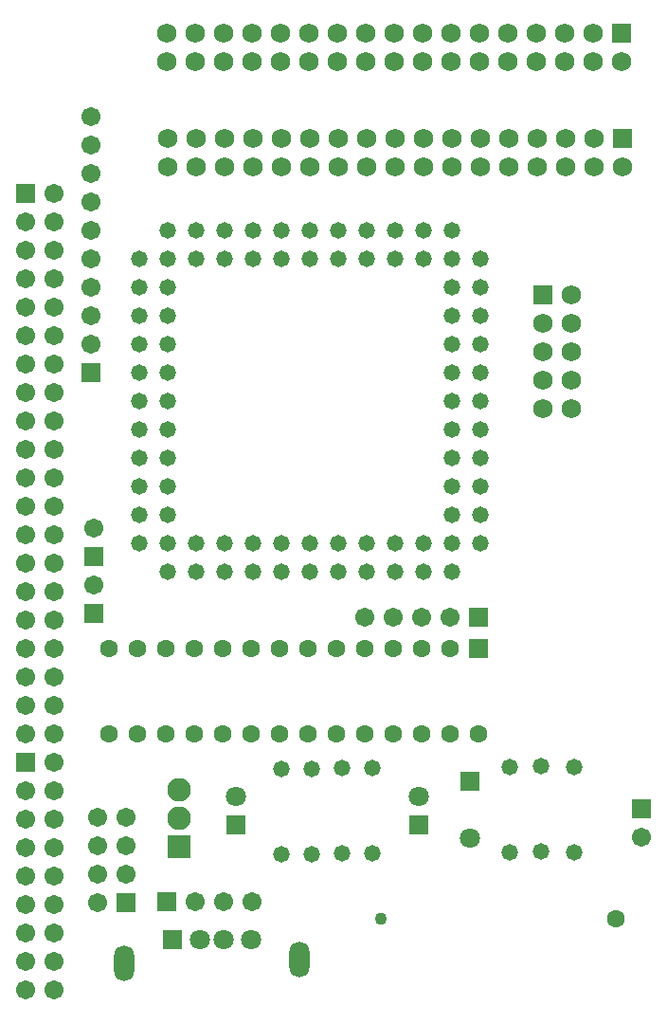
<source format=gbr>
G04 DipTrace 3.0.0.1*
G04 BottomMask.gbr*
%MOIN*%
G04 #@! TF.FileFunction,Soldermask,Bot*
G04 #@! TF.Part,Single*
%ADD18C,0.062992*%
%ADD39C,0.043307*%
%ADD53O,0.070992X0.12611*%
%ADD55C,0.070992*%
%ADD61C,0.063*%
%ADD63C,0.058*%
%ADD65C,0.058*%
%ADD67C,0.082803*%
%ADD69R,0.082803X0.082803*%
%ADD71R,0.068X0.068*%
%ADD73C,0.068*%
%ADD81C,0.067055*%
%ADD83R,0.067055X0.067055*%
%ADD85C,0.070992*%
%ADD87R,0.070992X0.070992*%
%FSLAX26Y26*%
G04*
G70*
G90*
G75*
G01*
G04 BotMask*
%LPD*%
D87*
X1216769Y1288945D3*
D85*
Y1388945D3*
D87*
X1860000Y1288944D3*
D85*
Y1388944D3*
X2040358Y1241967D3*
D87*
Y1441967D3*
D83*
X2644280Y1344076D3*
D81*
Y1244076D3*
D39*
X1728144Y959639D3*
D18*
X2554916D3*
D83*
X476667Y3507314D3*
D81*
X576667D3*
X476667Y3407314D3*
X576667D3*
X476667Y3307314D3*
X576667D3*
X476667Y3207314D3*
X576667D3*
X476667Y3107314D3*
X576667D3*
X476667Y3007314D3*
X576667D3*
X476667Y2907314D3*
X576667D3*
X476667Y2807314D3*
X576667D3*
X476667Y2707314D3*
X576667D3*
X476667Y2607314D3*
X576667D3*
X476667Y2507314D3*
X576667D3*
X476667Y2407314D3*
X576667D3*
X476667Y2307314D3*
X576667D3*
X476667Y2207314D3*
X576667D3*
X476667Y2107314D3*
X576667D3*
X476667Y2007314D3*
X576667D3*
X476667Y1907314D3*
X576667D3*
X476667Y1807314D3*
X576667D3*
X476667Y1707314D3*
X576667D3*
X476667Y1607314D3*
X576667D3*
D83*
X2069037Y2018934D3*
D81*
X1969037D3*
X1869037D3*
X1769037D3*
X1669037D3*
D73*
X1376667Y3602825D3*
Y3702825D3*
X2576667Y3602825D3*
X2476667D3*
X2376667D3*
X2276667D3*
X2176667D3*
X2076667D3*
X1976667D3*
X1876667D3*
X1776667D3*
X1676667D3*
Y3702825D3*
X1776667D3*
X1876667D3*
X1976667D3*
X2076667D3*
X2176667D3*
X2276667D3*
X2376667D3*
X2476667D3*
D71*
X2576667D3*
D73*
X1576667D3*
Y3602825D3*
X1476667Y3702825D3*
Y3602825D3*
X1276667Y3702825D3*
Y3602825D3*
X1176667Y3702825D3*
Y3602825D3*
X1076667Y3702825D3*
Y3602825D3*
X976667Y3702825D3*
Y3602825D3*
X2396693Y2750854D3*
X2296693D3*
Y2850854D3*
X2396693D3*
X2296693Y2950854D3*
X2396693D3*
X2296693Y3050854D3*
X2396693D3*
Y3150854D3*
D71*
X2296693D3*
D83*
X476667Y1507314D3*
D81*
X576667D3*
X476667Y1407314D3*
X576667D3*
X476667Y1307314D3*
X576667D3*
X476667Y1207314D3*
X576667D3*
X476667Y1107314D3*
X576667D3*
X476667Y1007314D3*
X576667D3*
X476667Y907314D3*
X576667D3*
X476667Y807314D3*
X576667D3*
X476667Y707314D3*
X576667D3*
D69*
X1016656Y1211080D3*
D67*
Y1311080D3*
Y1411080D3*
D65*
X2182049Y1492831D3*
D63*
Y1192831D3*
D65*
X1590874Y1486593D3*
D63*
Y1186593D3*
D65*
X1698425Y1487560D3*
D63*
Y1187560D3*
D65*
X2289516Y1493232D3*
D63*
Y1193232D3*
D65*
X1378764Y1485744D3*
D63*
Y1185744D3*
D65*
X1483455Y1485298D3*
D63*
Y1185298D3*
D65*
X2405881Y1492672D3*
D63*
Y1192672D3*
D81*
X706667Y3777314D3*
Y3677314D3*
Y3577314D3*
Y3477314D3*
Y3377314D3*
Y3277314D3*
Y3177314D3*
Y3077314D3*
Y2977314D3*
D83*
Y2877314D3*
D87*
X2071475Y1907313D3*
D61*
X1971475D3*
X1871475D3*
X1771475D3*
X1671475D3*
X1571475D3*
X1471475D3*
X1371475D3*
X1271475D3*
X1171475D3*
X1071475D3*
X971475D3*
X871475D3*
X771475D3*
Y1607313D3*
X871475D3*
X971475D3*
X1071475D3*
X1171475D3*
X1271475D3*
X1371475D3*
X1471475D3*
X1571475D3*
X1671475D3*
X1771475D3*
X1871475D3*
X1971475D3*
X2071475D3*
D65*
X976667Y2177314D3*
X1076667D3*
X1176667D3*
X876667Y2277314D3*
Y2377314D3*
Y2477314D3*
Y2577314D3*
Y2677314D3*
Y2777314D3*
Y2877314D3*
Y2977314D3*
Y3077314D3*
Y3177314D3*
Y3277314D3*
X1176667Y3377314D3*
X1076667D3*
X976667D3*
Y2277314D3*
Y2377314D3*
Y2477314D3*
Y2577314D3*
Y2677314D3*
Y2777314D3*
Y2877314D3*
Y2977314D3*
Y3077314D3*
Y3177314D3*
Y3277314D3*
X1076667D3*
X1176667D3*
Y2277314D3*
X1076667D3*
X1576667Y2177314D3*
D63*
X1476667D3*
D65*
X1376667D3*
X1276667D3*
X1676667D3*
X1776667D3*
X1876667D3*
X1976667D3*
X2076667Y2277314D3*
Y2377314D3*
Y2477314D3*
Y2577314D3*
Y2677314D3*
Y2777314D3*
Y2877314D3*
Y2977314D3*
Y3077314D3*
Y3177314D3*
Y3277314D3*
X1976667Y3377314D3*
X1876667D3*
X1776667D3*
X1676667D3*
X1576667D3*
X1476667D3*
X1376667D3*
X1276667D3*
Y3277314D3*
X1376667D3*
X1476667D3*
X1576667D3*
X1676667D3*
X1776667D3*
X1876667D3*
X1976667D3*
Y3177314D3*
Y3077314D3*
Y2977314D3*
Y2877314D3*
Y2777314D3*
Y2677314D3*
Y2577314D3*
Y2477314D3*
Y2377314D3*
Y2277314D3*
X1876667D3*
X1776667D3*
X1676667D3*
X1576667D3*
X1476667D3*
X1376667D3*
X1276667D3*
D83*
X973870Y1016382D3*
D81*
X1073870D3*
X1173870D3*
X1273870D3*
D55*
X1269909Y885281D3*
X1174584D3*
X1090824D3*
D87*
X995500D3*
D53*
X823650Y801816D3*
X1441760Y814316D3*
D83*
X830146Y1013424D3*
D81*
X730146D3*
X830146Y1113424D3*
X730146D3*
X830146Y1213424D3*
X730146D3*
X830146Y1313424D3*
X730146D3*
D73*
X1374438Y3969949D3*
Y4069949D3*
X2574438Y3969949D3*
X2474438D3*
X2374438D3*
X2274438D3*
X2174438D3*
X2074438D3*
X1974438D3*
X1874438D3*
X1774438D3*
X1674438D3*
Y4069949D3*
X1774438D3*
X1874438D3*
X1974438D3*
X2074438D3*
X2174438D3*
X2274438D3*
X2374438D3*
X2474438D3*
D71*
X2574438D3*
D73*
X1574438D3*
Y3969949D3*
X1474438Y4069949D3*
Y3969949D3*
X1274438Y4069949D3*
Y3969949D3*
X1174438Y4069949D3*
Y3969949D3*
X1074438Y4069949D3*
Y3969949D3*
X974438Y4069949D3*
Y3969949D3*
D83*
X717428Y2232745D3*
D81*
Y2332745D3*
D83*
X718202Y2032892D3*
D81*
Y2132892D3*
M02*

</source>
